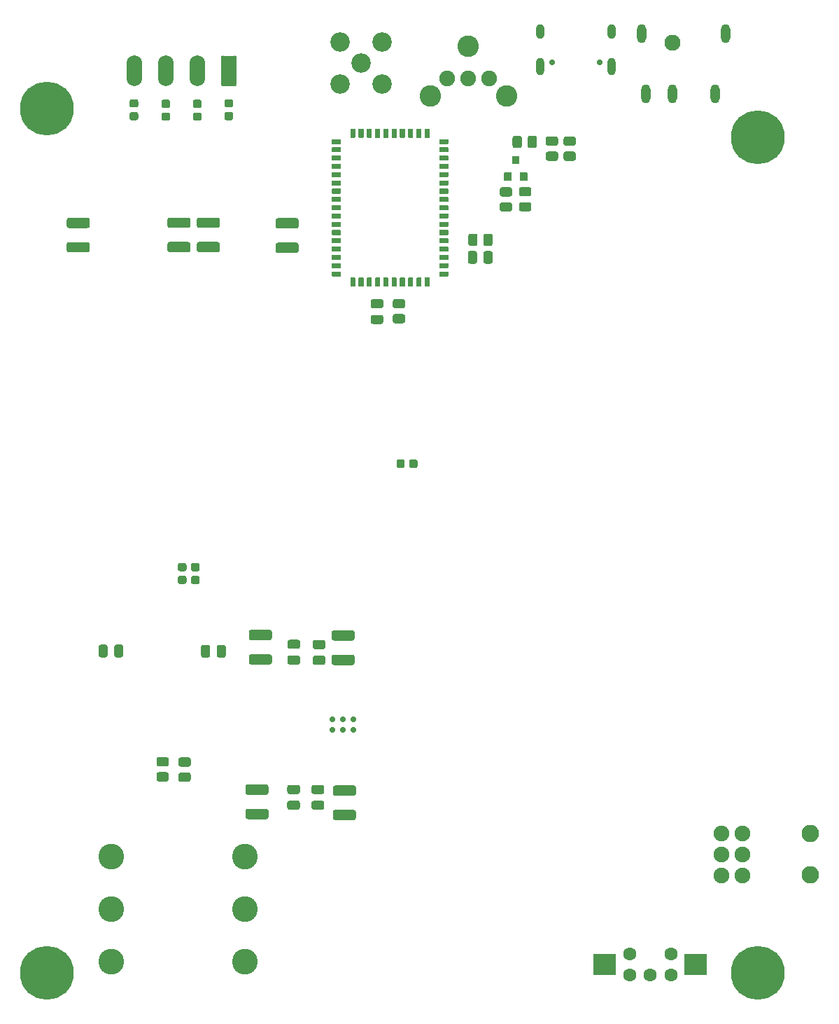
<source format=gbr>
G04 #@! TF.GenerationSoftware,KiCad,Pcbnew,5.1.9*
G04 #@! TF.CreationDate,2021-06-16T15:15:12+08:00*
G04 #@! TF.ProjectId,digital-amplifier2,64696769-7461-46c2-9d61-6d706c696669,rev?*
G04 #@! TF.SameCoordinates,Original*
G04 #@! TF.FileFunction,Soldermask,Bot*
G04 #@! TF.FilePolarity,Negative*
%FSLAX46Y46*%
G04 Gerber Fmt 4.6, Leading zero omitted, Abs format (unit mm)*
G04 Created by KiCad (PCBNEW 5.1.9) date 2021-06-16 15:15:12*
%MOMM*%
%LPD*%
G01*
G04 APERTURE LIST*
%ADD10O,1.902000X3.702000*%
%ADD11C,0.702000*%
%ADD12C,1.602000*%
%ADD13O,1.002000X1.802000*%
%ADD14O,1.002000X2.102000*%
%ADD15C,2.352000*%
%ADD16C,1.902000*%
%ADD17C,2.602000*%
%ADD18O,2.102000X2.102000*%
%ADD19O,1.902000X1.902000*%
%ADD20C,3.102000*%
%ADD21C,1.952000*%
%ADD22O,1.102000X2.302000*%
%ADD23C,6.502000*%
%ADD24C,0.100000*%
G04 APERTURE END LIST*
D10*
X114570000Y-107000000D03*
X118380000Y-107000000D03*
X122190000Y-107000000D03*
G36*
G01*
X126951000Y-105413166D02*
X126951000Y-108586834D01*
G75*
G02*
X126686834Y-108851000I-264166J0D01*
G01*
X125313166Y-108851000D01*
G75*
G02*
X125049000Y-108586834I0J264166D01*
G01*
X125049000Y-105413166D01*
G75*
G02*
X125313166Y-105149000I264166J0D01*
G01*
X126686834Y-105149000D01*
G75*
G02*
X126951000Y-105413166I0J-264166D01*
G01*
G37*
G36*
G01*
X167735124Y-116046500D02*
X166782876Y-116046500D01*
G75*
G02*
X166508000Y-115771624I0J274876D01*
G01*
X166508000Y-115194376D01*
G75*
G02*
X166782876Y-114919500I274876J0D01*
G01*
X167735124Y-114919500D01*
G75*
G02*
X168010000Y-115194376I0J-274876D01*
G01*
X168010000Y-115771624D01*
G75*
G02*
X167735124Y-116046500I-274876J0D01*
G01*
G37*
G36*
G01*
X167735124Y-117871500D02*
X166782876Y-117871500D01*
G75*
G02*
X166508000Y-117596624I0J274876D01*
G01*
X166508000Y-117019376D01*
G75*
G02*
X166782876Y-116744500I274876J0D01*
G01*
X167735124Y-116744500D01*
G75*
G02*
X168010000Y-117019376I0J-274876D01*
G01*
X168010000Y-117596624D01*
G75*
G02*
X167735124Y-117871500I-274876J0D01*
G01*
G37*
G36*
G01*
X147858160Y-154743060D02*
X147858160Y-154192060D01*
G75*
G02*
X148108660Y-153941560I250500J0D01*
G01*
X148609660Y-153941560D01*
G75*
G02*
X148860160Y-154192060I0J-250500D01*
G01*
X148860160Y-154743060D01*
G75*
G02*
X148609660Y-154993560I-250500J0D01*
G01*
X148108660Y-154993560D01*
G75*
G02*
X147858160Y-154743060I0J250500D01*
G01*
G37*
G36*
G01*
X146308160Y-154743060D02*
X146308160Y-154192060D01*
G75*
G02*
X146558660Y-153941560I250500J0D01*
G01*
X147059660Y-153941560D01*
G75*
G02*
X147310160Y-154192060I0J-250500D01*
G01*
X147310160Y-154743060D01*
G75*
G02*
X147059660Y-154993560I-250500J0D01*
G01*
X146558660Y-154993560D01*
G75*
G02*
X146308160Y-154743060I0J250500D01*
G01*
G37*
D11*
X141058900Y-185381900D03*
X141058900Y-186651900D03*
X139788900Y-185381900D03*
X139788900Y-186651900D03*
X138518900Y-185381900D03*
X138518900Y-186651900D03*
G36*
G01*
X126284900Y-111409800D02*
X125733900Y-111409800D01*
G75*
G02*
X125483400Y-111159300I0J250500D01*
G01*
X125483400Y-110658300D01*
G75*
G02*
X125733900Y-110407800I250500J0D01*
G01*
X126284900Y-110407800D01*
G75*
G02*
X126535400Y-110658300I0J-250500D01*
G01*
X126535400Y-111159300D01*
G75*
G02*
X126284900Y-111409800I-250500J0D01*
G01*
G37*
G36*
G01*
X126284900Y-112959800D02*
X125733900Y-112959800D01*
G75*
G02*
X125483400Y-112709300I0J250500D01*
G01*
X125483400Y-112208300D01*
G75*
G02*
X125733900Y-111957800I250500J0D01*
G01*
X126284900Y-111957800D01*
G75*
G02*
X126535400Y-112208300I0J-250500D01*
G01*
X126535400Y-112709300D01*
G75*
G02*
X126284900Y-112959800I-250500J0D01*
G01*
G37*
G36*
G01*
X118664900Y-111460600D02*
X118113900Y-111460600D01*
G75*
G02*
X117863400Y-111210100I0J250500D01*
G01*
X117863400Y-110709100D01*
G75*
G02*
X118113900Y-110458600I250500J0D01*
G01*
X118664900Y-110458600D01*
G75*
G02*
X118915400Y-110709100I0J-250500D01*
G01*
X118915400Y-111210100D01*
G75*
G02*
X118664900Y-111460600I-250500J0D01*
G01*
G37*
G36*
G01*
X118664900Y-113010600D02*
X118113900Y-113010600D01*
G75*
G02*
X117863400Y-112760100I0J250500D01*
G01*
X117863400Y-112259100D01*
G75*
G02*
X118113900Y-112008600I250500J0D01*
G01*
X118664900Y-112008600D01*
G75*
G02*
X118915400Y-112259100I0J-250500D01*
G01*
X118915400Y-112760100D01*
G75*
G02*
X118664900Y-113010600I-250500J0D01*
G01*
G37*
G36*
G01*
X122474900Y-111460600D02*
X121923900Y-111460600D01*
G75*
G02*
X121673400Y-111210100I0J250500D01*
G01*
X121673400Y-110709100D01*
G75*
G02*
X121923900Y-110458600I250500J0D01*
G01*
X122474900Y-110458600D01*
G75*
G02*
X122725400Y-110709100I0J-250500D01*
G01*
X122725400Y-111210100D01*
G75*
G02*
X122474900Y-111460600I-250500J0D01*
G01*
G37*
G36*
G01*
X122474900Y-113010600D02*
X121923900Y-113010600D01*
G75*
G02*
X121673400Y-112760100I0J250500D01*
G01*
X121673400Y-112259100D01*
G75*
G02*
X121923900Y-112008600I250500J0D01*
G01*
X122474900Y-112008600D01*
G75*
G02*
X122725400Y-112259100I0J-250500D01*
G01*
X122725400Y-112760100D01*
G75*
G02*
X122474900Y-113010600I-250500J0D01*
G01*
G37*
G36*
G01*
X114804100Y-111409800D02*
X114253100Y-111409800D01*
G75*
G02*
X114002600Y-111159300I0J250500D01*
G01*
X114002600Y-110658300D01*
G75*
G02*
X114253100Y-110407800I250500J0D01*
G01*
X114804100Y-110407800D01*
G75*
G02*
X115054600Y-110658300I0J-250500D01*
G01*
X115054600Y-111159300D01*
G75*
G02*
X114804100Y-111409800I-250500J0D01*
G01*
G37*
G36*
G01*
X114804100Y-112959800D02*
X114253100Y-112959800D01*
G75*
G02*
X114002600Y-112709300I0J250500D01*
G01*
X114002600Y-112208300D01*
G75*
G02*
X114253100Y-111957800I250500J0D01*
G01*
X114804100Y-111957800D01*
G75*
G02*
X115054600Y-112208300I0J-250500D01*
G01*
X115054600Y-112709300D01*
G75*
G02*
X114804100Y-112959800I-250500J0D01*
G01*
G37*
G36*
G01*
X124664268Y-125963040D02*
X122406612Y-125963040D01*
G75*
G02*
X122134440Y-125690868I0J272172D01*
G01*
X122134440Y-124983212D01*
G75*
G02*
X122406612Y-124711040I272172J0D01*
G01*
X124664268Y-124711040D01*
G75*
G02*
X124936440Y-124983212I0J-272172D01*
G01*
X124936440Y-125690868D01*
G75*
G02*
X124664268Y-125963040I-272172J0D01*
G01*
G37*
G36*
G01*
X124664268Y-128913040D02*
X122406612Y-128913040D01*
G75*
G02*
X122134440Y-128640868I0J272172D01*
G01*
X122134440Y-127933212D01*
G75*
G02*
X122406612Y-127661040I272172J0D01*
G01*
X124664268Y-127661040D01*
G75*
G02*
X124936440Y-127933212I0J-272172D01*
G01*
X124936440Y-128640868D01*
G75*
G02*
X124664268Y-128913040I-272172J0D01*
G01*
G37*
G36*
G01*
X108931508Y-125978280D02*
X106673852Y-125978280D01*
G75*
G02*
X106401680Y-125706108I0J272172D01*
G01*
X106401680Y-124998452D01*
G75*
G02*
X106673852Y-124726280I272172J0D01*
G01*
X108931508Y-124726280D01*
G75*
G02*
X109203680Y-124998452I0J-272172D01*
G01*
X109203680Y-125706108D01*
G75*
G02*
X108931508Y-125978280I-272172J0D01*
G01*
G37*
G36*
G01*
X108931508Y-128928280D02*
X106673852Y-128928280D01*
G75*
G02*
X106401680Y-128656108I0J272172D01*
G01*
X106401680Y-127948452D01*
G75*
G02*
X106673852Y-127676280I272172J0D01*
G01*
X108931508Y-127676280D01*
G75*
G02*
X109203680Y-127948452I0J-272172D01*
G01*
X109203680Y-128656108D01*
G75*
G02*
X108931508Y-128928280I-272172J0D01*
G01*
G37*
G36*
G01*
X121103188Y-125963040D02*
X118845532Y-125963040D01*
G75*
G02*
X118573360Y-125690868I0J272172D01*
G01*
X118573360Y-124983212D01*
G75*
G02*
X118845532Y-124711040I272172J0D01*
G01*
X121103188Y-124711040D01*
G75*
G02*
X121375360Y-124983212I0J-272172D01*
G01*
X121375360Y-125690868D01*
G75*
G02*
X121103188Y-125963040I-272172J0D01*
G01*
G37*
G36*
G01*
X121103188Y-128913040D02*
X118845532Y-128913040D01*
G75*
G02*
X118573360Y-128640868I0J272172D01*
G01*
X118573360Y-127933212D01*
G75*
G02*
X118845532Y-127661040I272172J0D01*
G01*
X121103188Y-127661040D01*
G75*
G02*
X121375360Y-127933212I0J-272172D01*
G01*
X121375360Y-128640868D01*
G75*
G02*
X121103188Y-128913040I-272172J0D01*
G01*
G37*
G36*
G01*
X134199428Y-126041040D02*
X131941772Y-126041040D01*
G75*
G02*
X131669600Y-125768868I0J272172D01*
G01*
X131669600Y-125061212D01*
G75*
G02*
X131941772Y-124789040I272172J0D01*
G01*
X134199428Y-124789040D01*
G75*
G02*
X134471600Y-125061212I0J-272172D01*
G01*
X134471600Y-125768868D01*
G75*
G02*
X134199428Y-126041040I-272172J0D01*
G01*
G37*
G36*
G01*
X134199428Y-128991040D02*
X131941772Y-128991040D01*
G75*
G02*
X131669600Y-128718868I0J272172D01*
G01*
X131669600Y-128011212D01*
G75*
G02*
X131941772Y-127739040I272172J0D01*
G01*
X134199428Y-127739040D01*
G75*
G02*
X134471600Y-128011212I0J-272172D01*
G01*
X134471600Y-128718868D01*
G75*
G02*
X134199428Y-128991040I-272172J0D01*
G01*
G37*
G36*
G01*
X181149000Y-216250000D02*
X181149000Y-213750000D01*
G75*
G02*
X181200000Y-213699000I51000J0D01*
G01*
X183800000Y-213699000D01*
G75*
G02*
X183851000Y-213750000I0J-51000D01*
G01*
X183851000Y-216250000D01*
G75*
G02*
X183800000Y-216301000I-51000J0D01*
G01*
X181200000Y-216301000D01*
G75*
G02*
X181149000Y-216250000I0J51000D01*
G01*
G37*
G36*
G01*
X170149000Y-216250000D02*
X170149000Y-213750000D01*
G75*
G02*
X170200000Y-213699000I51000J0D01*
G01*
X172800000Y-213699000D01*
G75*
G02*
X172851000Y-213750000I0J-51000D01*
G01*
X172851000Y-216250000D01*
G75*
G02*
X172800000Y-216301000I-51000J0D01*
G01*
X170200000Y-216301000D01*
G75*
G02*
X170149000Y-216250000I0J51000D01*
G01*
G37*
D12*
X179500000Y-213750000D03*
X174500000Y-213750000D03*
X177000000Y-216250000D03*
X179500000Y-216250000D03*
X174500000Y-216250000D03*
G36*
G01*
X120095100Y-168015600D02*
X120646100Y-168015600D01*
G75*
G02*
X120896600Y-168266100I0J-250500D01*
G01*
X120896600Y-168767100D01*
G75*
G02*
X120646100Y-169017600I-250500J0D01*
G01*
X120095100Y-169017600D01*
G75*
G02*
X119844600Y-168767100I0J250500D01*
G01*
X119844600Y-168266100D01*
G75*
G02*
X120095100Y-168015600I250500J0D01*
G01*
G37*
G36*
G01*
X120095100Y-166465600D02*
X120646100Y-166465600D01*
G75*
G02*
X120896600Y-166716100I0J-250500D01*
G01*
X120896600Y-167217100D01*
G75*
G02*
X120646100Y-167467600I-250500J0D01*
G01*
X120095100Y-167467600D01*
G75*
G02*
X119844600Y-167217100I0J250500D01*
G01*
X119844600Y-166716100D01*
G75*
G02*
X120095100Y-166465600I250500J0D01*
G01*
G37*
G36*
G01*
X121682600Y-168028300D02*
X122233600Y-168028300D01*
G75*
G02*
X122484100Y-168278800I0J-250500D01*
G01*
X122484100Y-168779800D01*
G75*
G02*
X122233600Y-169030300I-250500J0D01*
G01*
X121682600Y-169030300D01*
G75*
G02*
X121432100Y-168779800I0J250500D01*
G01*
X121432100Y-168278800D01*
G75*
G02*
X121682600Y-168028300I250500J0D01*
G01*
G37*
G36*
G01*
X121682600Y-166478300D02*
X122233600Y-166478300D01*
G75*
G02*
X122484100Y-166728800I0J-250500D01*
G01*
X122484100Y-167229800D01*
G75*
G02*
X122233600Y-167480300I-250500J0D01*
G01*
X121682600Y-167480300D01*
G75*
G02*
X121432100Y-167229800I0J250500D01*
G01*
X121432100Y-166728800D01*
G75*
G02*
X121682600Y-166478300I250500J0D01*
G01*
G37*
D11*
X170890000Y-105950000D03*
X165110000Y-105950000D03*
D13*
X163680000Y-102260000D03*
X172320000Y-102260000D03*
D14*
X163680000Y-106430000D03*
X172320000Y-106430000D03*
D15*
X142000000Y-106000000D03*
X144540000Y-108540000D03*
X144540000Y-103460000D03*
X139460000Y-103460000D03*
X139460000Y-108540000D03*
D16*
X157540000Y-107933250D03*
X152460000Y-107933250D03*
X155000000Y-107933250D03*
D17*
X155000000Y-103983250D03*
X150400000Y-109983250D03*
X159600000Y-109983250D03*
G36*
G01*
X152570000Y-115278600D02*
X152570000Y-115778600D01*
G75*
G02*
X152519000Y-115829600I-51000J0D01*
G01*
X151519000Y-115829600D01*
G75*
G02*
X151468000Y-115778600I0J51000D01*
G01*
X151468000Y-115278600D01*
G75*
G02*
X151519000Y-115227600I51000J0D01*
G01*
X152519000Y-115227600D01*
G75*
G02*
X152570000Y-115278600I0J-51000D01*
G01*
G37*
G36*
G01*
X152570000Y-116278600D02*
X152570000Y-116778600D01*
G75*
G02*
X152519000Y-116829600I-51000J0D01*
G01*
X151519000Y-116829600D01*
G75*
G02*
X151468000Y-116778600I0J51000D01*
G01*
X151468000Y-116278600D01*
G75*
G02*
X151519000Y-116227600I51000J0D01*
G01*
X152519000Y-116227600D01*
G75*
G02*
X152570000Y-116278600I0J-51000D01*
G01*
G37*
G36*
G01*
X152570000Y-117278600D02*
X152570000Y-117778600D01*
G75*
G02*
X152519000Y-117829600I-51000J0D01*
G01*
X151519000Y-117829600D01*
G75*
G02*
X151468000Y-117778600I0J51000D01*
G01*
X151468000Y-117278600D01*
G75*
G02*
X151519000Y-117227600I51000J0D01*
G01*
X152519000Y-117227600D01*
G75*
G02*
X152570000Y-117278600I0J-51000D01*
G01*
G37*
G36*
G01*
X152570000Y-118278600D02*
X152570000Y-118778600D01*
G75*
G02*
X152519000Y-118829600I-51000J0D01*
G01*
X151519000Y-118829600D01*
G75*
G02*
X151468000Y-118778600I0J51000D01*
G01*
X151468000Y-118278600D01*
G75*
G02*
X151519000Y-118227600I51000J0D01*
G01*
X152519000Y-118227600D01*
G75*
G02*
X152570000Y-118278600I0J-51000D01*
G01*
G37*
G36*
G01*
X152570000Y-119278600D02*
X152570000Y-119778600D01*
G75*
G02*
X152519000Y-119829600I-51000J0D01*
G01*
X151519000Y-119829600D01*
G75*
G02*
X151468000Y-119778600I0J51000D01*
G01*
X151468000Y-119278600D01*
G75*
G02*
X151519000Y-119227600I51000J0D01*
G01*
X152519000Y-119227600D01*
G75*
G02*
X152570000Y-119278600I0J-51000D01*
G01*
G37*
G36*
G01*
X152570000Y-120278600D02*
X152570000Y-120778600D01*
G75*
G02*
X152519000Y-120829600I-51000J0D01*
G01*
X151519000Y-120829600D01*
G75*
G02*
X151468000Y-120778600I0J51000D01*
G01*
X151468000Y-120278600D01*
G75*
G02*
X151519000Y-120227600I51000J0D01*
G01*
X152519000Y-120227600D01*
G75*
G02*
X152570000Y-120278600I0J-51000D01*
G01*
G37*
G36*
G01*
X152570000Y-121278600D02*
X152570000Y-121778600D01*
G75*
G02*
X152519000Y-121829600I-51000J0D01*
G01*
X151519000Y-121829600D01*
G75*
G02*
X151468000Y-121778600I0J51000D01*
G01*
X151468000Y-121278600D01*
G75*
G02*
X151519000Y-121227600I51000J0D01*
G01*
X152519000Y-121227600D01*
G75*
G02*
X152570000Y-121278600I0J-51000D01*
G01*
G37*
G36*
G01*
X152570000Y-122278600D02*
X152570000Y-122778600D01*
G75*
G02*
X152519000Y-122829600I-51000J0D01*
G01*
X151519000Y-122829600D01*
G75*
G02*
X151468000Y-122778600I0J51000D01*
G01*
X151468000Y-122278600D01*
G75*
G02*
X151519000Y-122227600I51000J0D01*
G01*
X152519000Y-122227600D01*
G75*
G02*
X152570000Y-122278600I0J-51000D01*
G01*
G37*
G36*
G01*
X152570000Y-123278600D02*
X152570000Y-123778600D01*
G75*
G02*
X152519000Y-123829600I-51000J0D01*
G01*
X151519000Y-123829600D01*
G75*
G02*
X151468000Y-123778600I0J51000D01*
G01*
X151468000Y-123278600D01*
G75*
G02*
X151519000Y-123227600I51000J0D01*
G01*
X152519000Y-123227600D01*
G75*
G02*
X152570000Y-123278600I0J-51000D01*
G01*
G37*
G36*
G01*
X152570000Y-124278600D02*
X152570000Y-124778600D01*
G75*
G02*
X152519000Y-124829600I-51000J0D01*
G01*
X151519000Y-124829600D01*
G75*
G02*
X151468000Y-124778600I0J51000D01*
G01*
X151468000Y-124278600D01*
G75*
G02*
X151519000Y-124227600I51000J0D01*
G01*
X152519000Y-124227600D01*
G75*
G02*
X152570000Y-124278600I0J-51000D01*
G01*
G37*
G36*
G01*
X152570000Y-125278600D02*
X152570000Y-125778600D01*
G75*
G02*
X152519000Y-125829600I-51000J0D01*
G01*
X151519000Y-125829600D01*
G75*
G02*
X151468000Y-125778600I0J51000D01*
G01*
X151468000Y-125278600D01*
G75*
G02*
X151519000Y-125227600I51000J0D01*
G01*
X152519000Y-125227600D01*
G75*
G02*
X152570000Y-125278600I0J-51000D01*
G01*
G37*
G36*
G01*
X152570000Y-126278600D02*
X152570000Y-126778600D01*
G75*
G02*
X152519000Y-126829600I-51000J0D01*
G01*
X151519000Y-126829600D01*
G75*
G02*
X151468000Y-126778600I0J51000D01*
G01*
X151468000Y-126278600D01*
G75*
G02*
X151519000Y-126227600I51000J0D01*
G01*
X152519000Y-126227600D01*
G75*
G02*
X152570000Y-126278600I0J-51000D01*
G01*
G37*
G36*
G01*
X152570000Y-127278600D02*
X152570000Y-127778600D01*
G75*
G02*
X152519000Y-127829600I-51000J0D01*
G01*
X151519000Y-127829600D01*
G75*
G02*
X151468000Y-127778600I0J51000D01*
G01*
X151468000Y-127278600D01*
G75*
G02*
X151519000Y-127227600I51000J0D01*
G01*
X152519000Y-127227600D01*
G75*
G02*
X152570000Y-127278600I0J-51000D01*
G01*
G37*
G36*
G01*
X152570000Y-128278600D02*
X152570000Y-128778600D01*
G75*
G02*
X152519000Y-128829600I-51000J0D01*
G01*
X151519000Y-128829600D01*
G75*
G02*
X151468000Y-128778600I0J51000D01*
G01*
X151468000Y-128278600D01*
G75*
G02*
X151519000Y-128227600I51000J0D01*
G01*
X152519000Y-128227600D01*
G75*
G02*
X152570000Y-128278600I0J-51000D01*
G01*
G37*
G36*
G01*
X152570000Y-129278600D02*
X152570000Y-129778600D01*
G75*
G02*
X152519000Y-129829600I-51000J0D01*
G01*
X151519000Y-129829600D01*
G75*
G02*
X151468000Y-129778600I0J51000D01*
G01*
X151468000Y-129278600D01*
G75*
G02*
X151519000Y-129227600I51000J0D01*
G01*
X152519000Y-129227600D01*
G75*
G02*
X152570000Y-129278600I0J-51000D01*
G01*
G37*
G36*
G01*
X152570000Y-130278600D02*
X152570000Y-130778600D01*
G75*
G02*
X152519000Y-130829600I-51000J0D01*
G01*
X151519000Y-130829600D01*
G75*
G02*
X151468000Y-130778600I0J51000D01*
G01*
X151468000Y-130278600D01*
G75*
G02*
X151519000Y-130227600I51000J0D01*
G01*
X152519000Y-130227600D01*
G75*
G02*
X152570000Y-130278600I0J-51000D01*
G01*
G37*
G36*
G01*
X152570000Y-131278600D02*
X152570000Y-131778600D01*
G75*
G02*
X152519000Y-131829600I-51000J0D01*
G01*
X151519000Y-131829600D01*
G75*
G02*
X151468000Y-131778600I0J51000D01*
G01*
X151468000Y-131278600D01*
G75*
G02*
X151519000Y-131227600I51000J0D01*
G01*
X152519000Y-131227600D01*
G75*
G02*
X152570000Y-131278600I0J-51000D01*
G01*
G37*
G36*
G01*
X150320000Y-132028600D02*
X150320000Y-133028600D01*
G75*
G02*
X150269000Y-133079600I-51000J0D01*
G01*
X149769000Y-133079600D01*
G75*
G02*
X149718000Y-133028600I0J51000D01*
G01*
X149718000Y-132028600D01*
G75*
G02*
X149769000Y-131977600I51000J0D01*
G01*
X150269000Y-131977600D01*
G75*
G02*
X150320000Y-132028600I0J-51000D01*
G01*
G37*
G36*
G01*
X149320000Y-132028600D02*
X149320000Y-133028600D01*
G75*
G02*
X149269000Y-133079600I-51000J0D01*
G01*
X148769000Y-133079600D01*
G75*
G02*
X148718000Y-133028600I0J51000D01*
G01*
X148718000Y-132028600D01*
G75*
G02*
X148769000Y-131977600I51000J0D01*
G01*
X149269000Y-131977600D01*
G75*
G02*
X149320000Y-132028600I0J-51000D01*
G01*
G37*
G36*
G01*
X148320000Y-132028600D02*
X148320000Y-133028600D01*
G75*
G02*
X148269000Y-133079600I-51000J0D01*
G01*
X147769000Y-133079600D01*
G75*
G02*
X147718000Y-133028600I0J51000D01*
G01*
X147718000Y-132028600D01*
G75*
G02*
X147769000Y-131977600I51000J0D01*
G01*
X148269000Y-131977600D01*
G75*
G02*
X148320000Y-132028600I0J-51000D01*
G01*
G37*
G36*
G01*
X147320000Y-132028600D02*
X147320000Y-133028600D01*
G75*
G02*
X147269000Y-133079600I-51000J0D01*
G01*
X146769000Y-133079600D01*
G75*
G02*
X146718000Y-133028600I0J51000D01*
G01*
X146718000Y-132028600D01*
G75*
G02*
X146769000Y-131977600I51000J0D01*
G01*
X147269000Y-131977600D01*
G75*
G02*
X147320000Y-132028600I0J-51000D01*
G01*
G37*
G36*
G01*
X146320000Y-132028600D02*
X146320000Y-133028600D01*
G75*
G02*
X146269000Y-133079600I-51000J0D01*
G01*
X145769000Y-133079600D01*
G75*
G02*
X145718000Y-133028600I0J51000D01*
G01*
X145718000Y-132028600D01*
G75*
G02*
X145769000Y-131977600I51000J0D01*
G01*
X146269000Y-131977600D01*
G75*
G02*
X146320000Y-132028600I0J-51000D01*
G01*
G37*
G36*
G01*
X145320000Y-132028600D02*
X145320000Y-133028600D01*
G75*
G02*
X145269000Y-133079600I-51000J0D01*
G01*
X144769000Y-133079600D01*
G75*
G02*
X144718000Y-133028600I0J51000D01*
G01*
X144718000Y-132028600D01*
G75*
G02*
X144769000Y-131977600I51000J0D01*
G01*
X145269000Y-131977600D01*
G75*
G02*
X145320000Y-132028600I0J-51000D01*
G01*
G37*
G36*
G01*
X144320000Y-132028600D02*
X144320000Y-133028600D01*
G75*
G02*
X144269000Y-133079600I-51000J0D01*
G01*
X143769000Y-133079600D01*
G75*
G02*
X143718000Y-133028600I0J51000D01*
G01*
X143718000Y-132028600D01*
G75*
G02*
X143769000Y-131977600I51000J0D01*
G01*
X144269000Y-131977600D01*
G75*
G02*
X144320000Y-132028600I0J-51000D01*
G01*
G37*
G36*
G01*
X143320000Y-132028600D02*
X143320000Y-133028600D01*
G75*
G02*
X143269000Y-133079600I-51000J0D01*
G01*
X142769000Y-133079600D01*
G75*
G02*
X142718000Y-133028600I0J51000D01*
G01*
X142718000Y-132028600D01*
G75*
G02*
X142769000Y-131977600I51000J0D01*
G01*
X143269000Y-131977600D01*
G75*
G02*
X143320000Y-132028600I0J-51000D01*
G01*
G37*
G36*
G01*
X142320000Y-132028600D02*
X142320000Y-133028600D01*
G75*
G02*
X142269000Y-133079600I-51000J0D01*
G01*
X141769000Y-133079600D01*
G75*
G02*
X141718000Y-133028600I0J51000D01*
G01*
X141718000Y-132028600D01*
G75*
G02*
X141769000Y-131977600I51000J0D01*
G01*
X142269000Y-131977600D01*
G75*
G02*
X142320000Y-132028600I0J-51000D01*
G01*
G37*
G36*
G01*
X141320000Y-132028600D02*
X141320000Y-133028600D01*
G75*
G02*
X141269000Y-133079600I-51000J0D01*
G01*
X140769000Y-133079600D01*
G75*
G02*
X140718000Y-133028600I0J51000D01*
G01*
X140718000Y-132028600D01*
G75*
G02*
X140769000Y-131977600I51000J0D01*
G01*
X141269000Y-131977600D01*
G75*
G02*
X141320000Y-132028600I0J-51000D01*
G01*
G37*
G36*
G01*
X141320000Y-114028600D02*
X141320000Y-115028600D01*
G75*
G02*
X141269000Y-115079600I-51000J0D01*
G01*
X140769000Y-115079600D01*
G75*
G02*
X140718000Y-115028600I0J51000D01*
G01*
X140718000Y-114028600D01*
G75*
G02*
X140769000Y-113977600I51000J0D01*
G01*
X141269000Y-113977600D01*
G75*
G02*
X141320000Y-114028600I0J-51000D01*
G01*
G37*
G36*
G01*
X148320000Y-114028600D02*
X148320000Y-115028600D01*
G75*
G02*
X148269000Y-115079600I-51000J0D01*
G01*
X147769000Y-115079600D01*
G75*
G02*
X147718000Y-115028600I0J51000D01*
G01*
X147718000Y-114028600D01*
G75*
G02*
X147769000Y-113977600I51000J0D01*
G01*
X148269000Y-113977600D01*
G75*
G02*
X148320000Y-114028600I0J-51000D01*
G01*
G37*
G36*
G01*
X145320000Y-114028600D02*
X145320000Y-115028600D01*
G75*
G02*
X145269000Y-115079600I-51000J0D01*
G01*
X144769000Y-115079600D01*
G75*
G02*
X144718000Y-115028600I0J51000D01*
G01*
X144718000Y-114028600D01*
G75*
G02*
X144769000Y-113977600I51000J0D01*
G01*
X145269000Y-113977600D01*
G75*
G02*
X145320000Y-114028600I0J-51000D01*
G01*
G37*
G36*
G01*
X147320000Y-114028600D02*
X147320000Y-115028600D01*
G75*
G02*
X147269000Y-115079600I-51000J0D01*
G01*
X146769000Y-115079600D01*
G75*
G02*
X146718000Y-115028600I0J51000D01*
G01*
X146718000Y-114028600D01*
G75*
G02*
X146769000Y-113977600I51000J0D01*
G01*
X147269000Y-113977600D01*
G75*
G02*
X147320000Y-114028600I0J-51000D01*
G01*
G37*
G36*
G01*
X142320000Y-114028600D02*
X142320000Y-115028600D01*
G75*
G02*
X142269000Y-115079600I-51000J0D01*
G01*
X141769000Y-115079600D01*
G75*
G02*
X141718000Y-115028600I0J51000D01*
G01*
X141718000Y-114028600D01*
G75*
G02*
X141769000Y-113977600I51000J0D01*
G01*
X142269000Y-113977600D01*
G75*
G02*
X142320000Y-114028600I0J-51000D01*
G01*
G37*
G36*
G01*
X146320000Y-114028600D02*
X146320000Y-115028600D01*
G75*
G02*
X146269000Y-115079600I-51000J0D01*
G01*
X145769000Y-115079600D01*
G75*
G02*
X145718000Y-115028600I0J51000D01*
G01*
X145718000Y-114028600D01*
G75*
G02*
X145769000Y-113977600I51000J0D01*
G01*
X146269000Y-113977600D01*
G75*
G02*
X146320000Y-114028600I0J-51000D01*
G01*
G37*
G36*
G01*
X149320000Y-114028600D02*
X149320000Y-115028600D01*
G75*
G02*
X149269000Y-115079600I-51000J0D01*
G01*
X148769000Y-115079600D01*
G75*
G02*
X148718000Y-115028600I0J51000D01*
G01*
X148718000Y-114028600D01*
G75*
G02*
X148769000Y-113977600I51000J0D01*
G01*
X149269000Y-113977600D01*
G75*
G02*
X149320000Y-114028600I0J-51000D01*
G01*
G37*
G36*
G01*
X144320000Y-114028600D02*
X144320000Y-115028600D01*
G75*
G02*
X144269000Y-115079600I-51000J0D01*
G01*
X143769000Y-115079600D01*
G75*
G02*
X143718000Y-115028600I0J51000D01*
G01*
X143718000Y-114028600D01*
G75*
G02*
X143769000Y-113977600I51000J0D01*
G01*
X144269000Y-113977600D01*
G75*
G02*
X144320000Y-114028600I0J-51000D01*
G01*
G37*
G36*
G01*
X143320000Y-114028600D02*
X143320000Y-115028600D01*
G75*
G02*
X143269000Y-115079600I-51000J0D01*
G01*
X142769000Y-115079600D01*
G75*
G02*
X142718000Y-115028600I0J51000D01*
G01*
X142718000Y-114028600D01*
G75*
G02*
X142769000Y-113977600I51000J0D01*
G01*
X143269000Y-113977600D01*
G75*
G02*
X143320000Y-114028600I0J-51000D01*
G01*
G37*
G36*
G01*
X150320000Y-114028600D02*
X150320000Y-115028600D01*
G75*
G02*
X150269000Y-115079600I-51000J0D01*
G01*
X149769000Y-115079600D01*
G75*
G02*
X149718000Y-115028600I0J51000D01*
G01*
X149718000Y-114028600D01*
G75*
G02*
X149769000Y-113977600I51000J0D01*
G01*
X150269000Y-113977600D01*
G75*
G02*
X150320000Y-114028600I0J-51000D01*
G01*
G37*
G36*
G01*
X139570000Y-126278600D02*
X139570000Y-126778600D01*
G75*
G02*
X139519000Y-126829600I-51000J0D01*
G01*
X138519000Y-126829600D01*
G75*
G02*
X138468000Y-126778600I0J51000D01*
G01*
X138468000Y-126278600D01*
G75*
G02*
X138519000Y-126227600I51000J0D01*
G01*
X139519000Y-126227600D01*
G75*
G02*
X139570000Y-126278600I0J-51000D01*
G01*
G37*
G36*
G01*
X139570000Y-130278600D02*
X139570000Y-130778600D01*
G75*
G02*
X139519000Y-130829600I-51000J0D01*
G01*
X138519000Y-130829600D01*
G75*
G02*
X138468000Y-130778600I0J51000D01*
G01*
X138468000Y-130278600D01*
G75*
G02*
X138519000Y-130227600I51000J0D01*
G01*
X139519000Y-130227600D01*
G75*
G02*
X139570000Y-130278600I0J-51000D01*
G01*
G37*
G36*
G01*
X139570000Y-118278600D02*
X139570000Y-118778600D01*
G75*
G02*
X139519000Y-118829600I-51000J0D01*
G01*
X138519000Y-118829600D01*
G75*
G02*
X138468000Y-118778600I0J51000D01*
G01*
X138468000Y-118278600D01*
G75*
G02*
X138519000Y-118227600I51000J0D01*
G01*
X139519000Y-118227600D01*
G75*
G02*
X139570000Y-118278600I0J-51000D01*
G01*
G37*
G36*
G01*
X139570000Y-119278600D02*
X139570000Y-119778600D01*
G75*
G02*
X139519000Y-119829600I-51000J0D01*
G01*
X138519000Y-119829600D01*
G75*
G02*
X138468000Y-119778600I0J51000D01*
G01*
X138468000Y-119278600D01*
G75*
G02*
X138519000Y-119227600I51000J0D01*
G01*
X139519000Y-119227600D01*
G75*
G02*
X139570000Y-119278600I0J-51000D01*
G01*
G37*
G36*
G01*
X139570000Y-116278600D02*
X139570000Y-116778600D01*
G75*
G02*
X139519000Y-116829600I-51000J0D01*
G01*
X138519000Y-116829600D01*
G75*
G02*
X138468000Y-116778600I0J51000D01*
G01*
X138468000Y-116278600D01*
G75*
G02*
X138519000Y-116227600I51000J0D01*
G01*
X139519000Y-116227600D01*
G75*
G02*
X139570000Y-116278600I0J-51000D01*
G01*
G37*
G36*
G01*
X139570000Y-121278600D02*
X139570000Y-121778600D01*
G75*
G02*
X139519000Y-121829600I-51000J0D01*
G01*
X138519000Y-121829600D01*
G75*
G02*
X138468000Y-121778600I0J51000D01*
G01*
X138468000Y-121278600D01*
G75*
G02*
X138519000Y-121227600I51000J0D01*
G01*
X139519000Y-121227600D01*
G75*
G02*
X139570000Y-121278600I0J-51000D01*
G01*
G37*
G36*
G01*
X139570000Y-125278600D02*
X139570000Y-125778600D01*
G75*
G02*
X139519000Y-125829600I-51000J0D01*
G01*
X138519000Y-125829600D01*
G75*
G02*
X138468000Y-125778600I0J51000D01*
G01*
X138468000Y-125278600D01*
G75*
G02*
X138519000Y-125227600I51000J0D01*
G01*
X139519000Y-125227600D01*
G75*
G02*
X139570000Y-125278600I0J-51000D01*
G01*
G37*
G36*
G01*
X139570000Y-128278600D02*
X139570000Y-128778600D01*
G75*
G02*
X139519000Y-128829600I-51000J0D01*
G01*
X138519000Y-128829600D01*
G75*
G02*
X138468000Y-128778600I0J51000D01*
G01*
X138468000Y-128278600D01*
G75*
G02*
X138519000Y-128227600I51000J0D01*
G01*
X139519000Y-128227600D01*
G75*
G02*
X139570000Y-128278600I0J-51000D01*
G01*
G37*
G36*
G01*
X139570000Y-117278600D02*
X139570000Y-117778600D01*
G75*
G02*
X139519000Y-117829600I-51000J0D01*
G01*
X138519000Y-117829600D01*
G75*
G02*
X138468000Y-117778600I0J51000D01*
G01*
X138468000Y-117278600D01*
G75*
G02*
X138519000Y-117227600I51000J0D01*
G01*
X139519000Y-117227600D01*
G75*
G02*
X139570000Y-117278600I0J-51000D01*
G01*
G37*
G36*
G01*
X139570000Y-129278600D02*
X139570000Y-129778600D01*
G75*
G02*
X139519000Y-129829600I-51000J0D01*
G01*
X138519000Y-129829600D01*
G75*
G02*
X138468000Y-129778600I0J51000D01*
G01*
X138468000Y-129278600D01*
G75*
G02*
X138519000Y-129227600I51000J0D01*
G01*
X139519000Y-129227600D01*
G75*
G02*
X139570000Y-129278600I0J-51000D01*
G01*
G37*
G36*
G01*
X139570000Y-120278600D02*
X139570000Y-120778600D01*
G75*
G02*
X139519000Y-120829600I-51000J0D01*
G01*
X138519000Y-120829600D01*
G75*
G02*
X138468000Y-120778600I0J51000D01*
G01*
X138468000Y-120278600D01*
G75*
G02*
X138519000Y-120227600I51000J0D01*
G01*
X139519000Y-120227600D01*
G75*
G02*
X139570000Y-120278600I0J-51000D01*
G01*
G37*
G36*
G01*
X139570000Y-122278600D02*
X139570000Y-122778600D01*
G75*
G02*
X139519000Y-122829600I-51000J0D01*
G01*
X138519000Y-122829600D01*
G75*
G02*
X138468000Y-122778600I0J51000D01*
G01*
X138468000Y-122278600D01*
G75*
G02*
X138519000Y-122227600I51000J0D01*
G01*
X139519000Y-122227600D01*
G75*
G02*
X139570000Y-122278600I0J-51000D01*
G01*
G37*
G36*
G01*
X139570000Y-115278600D02*
X139570000Y-115778600D01*
G75*
G02*
X139519000Y-115829600I-51000J0D01*
G01*
X138519000Y-115829600D01*
G75*
G02*
X138468000Y-115778600I0J51000D01*
G01*
X138468000Y-115278600D01*
G75*
G02*
X138519000Y-115227600I51000J0D01*
G01*
X139519000Y-115227600D01*
G75*
G02*
X139570000Y-115278600I0J-51000D01*
G01*
G37*
G36*
G01*
X139570000Y-123278600D02*
X139570000Y-123778600D01*
G75*
G02*
X139519000Y-123829600I-51000J0D01*
G01*
X138519000Y-123829600D01*
G75*
G02*
X138468000Y-123778600I0J51000D01*
G01*
X138468000Y-123278600D01*
G75*
G02*
X138519000Y-123227600I51000J0D01*
G01*
X139519000Y-123227600D01*
G75*
G02*
X139570000Y-123278600I0J-51000D01*
G01*
G37*
G36*
G01*
X139570000Y-124278600D02*
X139570000Y-124778600D01*
G75*
G02*
X139519000Y-124829600I-51000J0D01*
G01*
X138519000Y-124829600D01*
G75*
G02*
X138468000Y-124778600I0J51000D01*
G01*
X138468000Y-124278600D01*
G75*
G02*
X138519000Y-124227600I51000J0D01*
G01*
X139519000Y-124227600D01*
G75*
G02*
X139570000Y-124278600I0J-51000D01*
G01*
G37*
G36*
G01*
X139570000Y-131278600D02*
X139570000Y-131778600D01*
G75*
G02*
X139519000Y-131829600I-51000J0D01*
G01*
X138519000Y-131829600D01*
G75*
G02*
X138468000Y-131778600I0J51000D01*
G01*
X138468000Y-131278600D01*
G75*
G02*
X138519000Y-131227600I51000J0D01*
G01*
X139519000Y-131227600D01*
G75*
G02*
X139570000Y-131278600I0J-51000D01*
G01*
G37*
G36*
G01*
X139570000Y-127278600D02*
X139570000Y-127778600D01*
G75*
G02*
X139519000Y-127829600I-51000J0D01*
G01*
X138519000Y-127829600D01*
G75*
G02*
X138468000Y-127778600I0J51000D01*
G01*
X138468000Y-127278600D01*
G75*
G02*
X138519000Y-127227600I51000J0D01*
G01*
X139519000Y-127227600D01*
G75*
G02*
X139570000Y-127278600I0J-51000D01*
G01*
G37*
G36*
G01*
X162350324Y-122150120D02*
X161398076Y-122150120D01*
G75*
G02*
X161123200Y-121875244I0J274876D01*
G01*
X161123200Y-121297996D01*
G75*
G02*
X161398076Y-121023120I274876J0D01*
G01*
X162350324Y-121023120D01*
G75*
G02*
X162625200Y-121297996I0J-274876D01*
G01*
X162625200Y-121875244D01*
G75*
G02*
X162350324Y-122150120I-274876J0D01*
G01*
G37*
G36*
G01*
X162350324Y-123975120D02*
X161398076Y-123975120D01*
G75*
G02*
X161123200Y-123700244I0J274876D01*
G01*
X161123200Y-123122996D01*
G75*
G02*
X161398076Y-122848120I274876J0D01*
G01*
X162350324Y-122848120D01*
G75*
G02*
X162625200Y-123122996I0J-274876D01*
G01*
X162625200Y-123700244D01*
G75*
G02*
X162350324Y-123975120I-274876J0D01*
G01*
G37*
G36*
G01*
X159076516Y-122878600D02*
X160028764Y-122878600D01*
G75*
G02*
X160303640Y-123153476I0J-274876D01*
G01*
X160303640Y-123730724D01*
G75*
G02*
X160028764Y-124005600I-274876J0D01*
G01*
X159076516Y-124005600D01*
G75*
G02*
X158801640Y-123730724I0J274876D01*
G01*
X158801640Y-123153476D01*
G75*
G02*
X159076516Y-122878600I274876J0D01*
G01*
G37*
G36*
G01*
X159076516Y-121053600D02*
X160028764Y-121053600D01*
G75*
G02*
X160303640Y-121328476I0J-274876D01*
G01*
X160303640Y-121905724D01*
G75*
G02*
X160028764Y-122180600I-274876J0D01*
G01*
X159076516Y-122180600D01*
G75*
G02*
X158801640Y-121905724I0J274876D01*
G01*
X158801640Y-121328476D01*
G75*
G02*
X159076516Y-121053600I274876J0D01*
G01*
G37*
G36*
G01*
X165581204Y-116031260D02*
X164628956Y-116031260D01*
G75*
G02*
X164354080Y-115756384I0J274876D01*
G01*
X164354080Y-115179136D01*
G75*
G02*
X164628956Y-114904260I274876J0D01*
G01*
X165581204Y-114904260D01*
G75*
G02*
X165856080Y-115179136I0J-274876D01*
G01*
X165856080Y-115756384D01*
G75*
G02*
X165581204Y-116031260I-274876J0D01*
G01*
G37*
G36*
G01*
X165581204Y-117856260D02*
X164628956Y-117856260D01*
G75*
G02*
X164354080Y-117581384I0J274876D01*
G01*
X164354080Y-117004136D01*
G75*
G02*
X164628956Y-116729260I274876J0D01*
G01*
X165581204Y-116729260D01*
G75*
G02*
X165856080Y-117004136I0J-274876D01*
G01*
X165856080Y-117581384D01*
G75*
G02*
X165581204Y-117856260I-274876J0D01*
G01*
G37*
G36*
G01*
X162164780Y-116041044D02*
X162164780Y-115088796D01*
G75*
G02*
X162439656Y-114813920I274876J0D01*
G01*
X163016904Y-114813920D01*
G75*
G02*
X163291780Y-115088796I0J-274876D01*
G01*
X163291780Y-116041044D01*
G75*
G02*
X163016904Y-116315920I-274876J0D01*
G01*
X162439656Y-116315920D01*
G75*
G02*
X162164780Y-116041044I0J274876D01*
G01*
G37*
G36*
G01*
X160339780Y-116041044D02*
X160339780Y-115088796D01*
G75*
G02*
X160614656Y-114813920I274876J0D01*
G01*
X161191904Y-114813920D01*
G75*
G02*
X161466780Y-115088796I0J-274876D01*
G01*
X161466780Y-116041044D01*
G75*
G02*
X161191904Y-116315920I-274876J0D01*
G01*
X160614656Y-116315920D01*
G75*
G02*
X160339780Y-116041044I0J274876D01*
G01*
G37*
G36*
G01*
X146127596Y-134561320D02*
X147079844Y-134561320D01*
G75*
G02*
X147354720Y-134836196I0J-274876D01*
G01*
X147354720Y-135413444D01*
G75*
G02*
X147079844Y-135688320I-274876J0D01*
G01*
X146127596Y-135688320D01*
G75*
G02*
X145852720Y-135413444I0J274876D01*
G01*
X145852720Y-134836196D01*
G75*
G02*
X146127596Y-134561320I274876J0D01*
G01*
G37*
G36*
G01*
X146127596Y-136386320D02*
X147079844Y-136386320D01*
G75*
G02*
X147354720Y-136661196I0J-274876D01*
G01*
X147354720Y-137238444D01*
G75*
G02*
X147079844Y-137513320I-274876J0D01*
G01*
X146127596Y-137513320D01*
G75*
G02*
X145852720Y-137238444I0J274876D01*
G01*
X145852720Y-136661196D01*
G75*
G02*
X146127596Y-136386320I274876J0D01*
G01*
G37*
G36*
G01*
X156813000Y-127882524D02*
X156813000Y-126930276D01*
G75*
G02*
X157087876Y-126655400I274876J0D01*
G01*
X157665124Y-126655400D01*
G75*
G02*
X157940000Y-126930276I0J-274876D01*
G01*
X157940000Y-127882524D01*
G75*
G02*
X157665124Y-128157400I-274876J0D01*
G01*
X157087876Y-128157400D01*
G75*
G02*
X156813000Y-127882524I0J274876D01*
G01*
G37*
G36*
G01*
X154988000Y-127882524D02*
X154988000Y-126930276D01*
G75*
G02*
X155262876Y-126655400I274876J0D01*
G01*
X155840124Y-126655400D01*
G75*
G02*
X156115000Y-126930276I0J-274876D01*
G01*
X156115000Y-127882524D01*
G75*
G02*
X155840124Y-128157400I-274876J0D01*
G01*
X155262876Y-128157400D01*
G75*
G02*
X154988000Y-127882524I0J274876D01*
G01*
G37*
G36*
G01*
X121136284Y-191095880D02*
X120184036Y-191095880D01*
G75*
G02*
X119909160Y-190821004I0J274876D01*
G01*
X119909160Y-190243756D01*
G75*
G02*
X120184036Y-189968880I274876J0D01*
G01*
X121136284Y-189968880D01*
G75*
G02*
X121411160Y-190243756I0J-274876D01*
G01*
X121411160Y-190821004D01*
G75*
G02*
X121136284Y-191095880I-274876J0D01*
G01*
G37*
G36*
G01*
X121136284Y-192920880D02*
X120184036Y-192920880D01*
G75*
G02*
X119909160Y-192646004I0J274876D01*
G01*
X119909160Y-192068756D01*
G75*
G02*
X120184036Y-191793880I274876J0D01*
G01*
X121136284Y-191793880D01*
G75*
G02*
X121411160Y-192068756I0J-274876D01*
G01*
X121411160Y-192646004D01*
G75*
G02*
X121136284Y-192920880I-274876J0D01*
G01*
G37*
G36*
G01*
X118484524Y-191060320D02*
X117532276Y-191060320D01*
G75*
G02*
X117257400Y-190785444I0J274876D01*
G01*
X117257400Y-190208196D01*
G75*
G02*
X117532276Y-189933320I274876J0D01*
G01*
X118484524Y-189933320D01*
G75*
G02*
X118759400Y-190208196I0J-274876D01*
G01*
X118759400Y-190785444D01*
G75*
G02*
X118484524Y-191060320I-274876J0D01*
G01*
G37*
G36*
G01*
X118484524Y-192885320D02*
X117532276Y-192885320D01*
G75*
G02*
X117257400Y-192610444I0J274876D01*
G01*
X117257400Y-192033196D01*
G75*
G02*
X117532276Y-191758320I274876J0D01*
G01*
X118484524Y-191758320D01*
G75*
G02*
X118759400Y-192033196I0J-274876D01*
G01*
X118759400Y-192610444D01*
G75*
G02*
X118484524Y-192885320I-274876J0D01*
G01*
G37*
G36*
G01*
X161128660Y-118268860D02*
X160328660Y-118268860D01*
G75*
G02*
X160277660Y-118217860I0J51000D01*
G01*
X160277660Y-117317860D01*
G75*
G02*
X160328660Y-117266860I51000J0D01*
G01*
X161128660Y-117266860D01*
G75*
G02*
X161179660Y-117317860I0J-51000D01*
G01*
X161179660Y-118217860D01*
G75*
G02*
X161128660Y-118268860I-51000J0D01*
G01*
G37*
G36*
G01*
X160178660Y-120268860D02*
X159378660Y-120268860D01*
G75*
G02*
X159327660Y-120217860I0J51000D01*
G01*
X159327660Y-119317860D01*
G75*
G02*
X159378660Y-119266860I51000J0D01*
G01*
X160178660Y-119266860D01*
G75*
G02*
X160229660Y-119317860I0J-51000D01*
G01*
X160229660Y-120217860D01*
G75*
G02*
X160178660Y-120268860I-51000J0D01*
G01*
G37*
G36*
G01*
X162078660Y-120268860D02*
X161278660Y-120268860D01*
G75*
G02*
X161227660Y-120217860I0J51000D01*
G01*
X161227660Y-119317860D01*
G75*
G02*
X161278660Y-119266860I51000J0D01*
G01*
X162078660Y-119266860D01*
G75*
G02*
X162129660Y-119317860I0J-51000D01*
G01*
X162129660Y-120217860D01*
G75*
G02*
X162078660Y-120268860I-51000J0D01*
G01*
G37*
D18*
X196371600Y-204150600D03*
X196371600Y-199150600D03*
D19*
X188125100Y-204254100D03*
X185585100Y-204254100D03*
X188125100Y-201714100D03*
X185585100Y-201714100D03*
X188125100Y-199174100D03*
D16*
X185585100Y-199174100D03*
D20*
X111770000Y-202000000D03*
X111770000Y-214700000D03*
X111770000Y-208350000D03*
X128000000Y-202000000D03*
X128000000Y-214700000D03*
X128000000Y-208350000D03*
D21*
X179700000Y-103600000D03*
D22*
X186100000Y-102500000D03*
X184900000Y-109800000D03*
X179700000Y-109800000D03*
X176500000Y-109800000D03*
X176000000Y-102500000D03*
D23*
X104000000Y-216000000D03*
X104000000Y-111500000D03*
X190000000Y-216000000D03*
X190000000Y-115000000D03*
G36*
G01*
X143441300Y-136479500D02*
X144442300Y-136479500D01*
G75*
G02*
X144717800Y-136755000I0J-275500D01*
G01*
X144717800Y-137306000D01*
G75*
G02*
X144442300Y-137581500I-275500J0D01*
G01*
X143441300Y-137581500D01*
G75*
G02*
X143165800Y-137306000I0J275500D01*
G01*
X143165800Y-136755000D01*
G75*
G02*
X143441300Y-136479500I275500J0D01*
G01*
G37*
G36*
G01*
X143441300Y-134579500D02*
X144442300Y-134579500D01*
G75*
G02*
X144717800Y-134855000I0J-275500D01*
G01*
X144717800Y-135406000D01*
G75*
G02*
X144442300Y-135681500I-275500J0D01*
G01*
X143441300Y-135681500D01*
G75*
G02*
X143165800Y-135406000I0J275500D01*
G01*
X143165800Y-134855000D01*
G75*
G02*
X143441300Y-134579500I275500J0D01*
G01*
G37*
G36*
G01*
X156837600Y-130027800D02*
X156837600Y-129026800D01*
G75*
G02*
X157113100Y-128751300I275500J0D01*
G01*
X157664100Y-128751300D01*
G75*
G02*
X157939600Y-129026800I0J-275500D01*
G01*
X157939600Y-130027800D01*
G75*
G02*
X157664100Y-130303300I-275500J0D01*
G01*
X157113100Y-130303300D01*
G75*
G02*
X156837600Y-130027800I0J275500D01*
G01*
G37*
G36*
G01*
X154937600Y-130027800D02*
X154937600Y-129026800D01*
G75*
G02*
X155213100Y-128751300I275500J0D01*
G01*
X155764100Y-128751300D01*
G75*
G02*
X156039600Y-129026800I0J-275500D01*
G01*
X156039600Y-130027800D01*
G75*
G02*
X155764100Y-130303300I-275500J0D01*
G01*
X155213100Y-130303300D01*
G75*
G02*
X154937600Y-130027800I0J275500D01*
G01*
G37*
G36*
G01*
X111361000Y-176611160D02*
X111361000Y-177612160D01*
G75*
G02*
X111085500Y-177887660I-275500J0D01*
G01*
X110534500Y-177887660D01*
G75*
G02*
X110259000Y-177612160I0J275500D01*
G01*
X110259000Y-176611160D01*
G75*
G02*
X110534500Y-176335660I275500J0D01*
G01*
X111085500Y-176335660D01*
G75*
G02*
X111361000Y-176611160I0J-275500D01*
G01*
G37*
G36*
G01*
X113261000Y-176611160D02*
X113261000Y-177612160D01*
G75*
G02*
X112985500Y-177887660I-275500J0D01*
G01*
X112434500Y-177887660D01*
G75*
G02*
X112159000Y-177612160I0J275500D01*
G01*
X112159000Y-176611160D01*
G75*
G02*
X112434500Y-176335660I275500J0D01*
G01*
X112985500Y-176335660D01*
G75*
G02*
X113261000Y-176611160I0J-275500D01*
G01*
G37*
G36*
G01*
X124551660Y-177642640D02*
X124551660Y-176641640D01*
G75*
G02*
X124827160Y-176366140I275500J0D01*
G01*
X125378160Y-176366140D01*
G75*
G02*
X125653660Y-176641640I0J-275500D01*
G01*
X125653660Y-177642640D01*
G75*
G02*
X125378160Y-177918140I-275500J0D01*
G01*
X124827160Y-177918140D01*
G75*
G02*
X124551660Y-177642640I0J275500D01*
G01*
G37*
G36*
G01*
X122651660Y-177642640D02*
X122651660Y-176641640D01*
G75*
G02*
X122927160Y-176366140I275500J0D01*
G01*
X123478160Y-176366140D01*
G75*
G02*
X123753660Y-176641640I0J-275500D01*
G01*
X123753660Y-177642640D01*
G75*
G02*
X123478160Y-177918140I-275500J0D01*
G01*
X122927160Y-177918140D01*
G75*
G02*
X122651660Y-177642640I0J275500D01*
G01*
G37*
G36*
G01*
X134378820Y-176857440D02*
X133377820Y-176857440D01*
G75*
G02*
X133102320Y-176581940I0J275500D01*
G01*
X133102320Y-176030940D01*
G75*
G02*
X133377820Y-175755440I275500J0D01*
G01*
X134378820Y-175755440D01*
G75*
G02*
X134654320Y-176030940I0J-275500D01*
G01*
X134654320Y-176581940D01*
G75*
G02*
X134378820Y-176857440I-275500J0D01*
G01*
G37*
G36*
G01*
X134378820Y-178757440D02*
X133377820Y-178757440D01*
G75*
G02*
X133102320Y-178481940I0J275500D01*
G01*
X133102320Y-177930940D01*
G75*
G02*
X133377820Y-177655440I275500J0D01*
G01*
X134378820Y-177655440D01*
G75*
G02*
X134654320Y-177930940I0J-275500D01*
G01*
X134654320Y-178481940D01*
G75*
G02*
X134378820Y-178757440I-275500J0D01*
G01*
G37*
G36*
G01*
X133357500Y-195191600D02*
X134358500Y-195191600D01*
G75*
G02*
X134634000Y-195467100I0J-275500D01*
G01*
X134634000Y-196018100D01*
G75*
G02*
X134358500Y-196293600I-275500J0D01*
G01*
X133357500Y-196293600D01*
G75*
G02*
X133082000Y-196018100I0J275500D01*
G01*
X133082000Y-195467100D01*
G75*
G02*
X133357500Y-195191600I275500J0D01*
G01*
G37*
G36*
G01*
X133357500Y-193291600D02*
X134358500Y-193291600D01*
G75*
G02*
X134634000Y-193567100I0J-275500D01*
G01*
X134634000Y-194118100D01*
G75*
G02*
X134358500Y-194393600I-275500J0D01*
G01*
X133357500Y-194393600D01*
G75*
G02*
X133082000Y-194118100I0J275500D01*
G01*
X133082000Y-193567100D01*
G75*
G02*
X133357500Y-193291600I275500J0D01*
G01*
G37*
G36*
G01*
X128289252Y-196185160D02*
X130546908Y-196185160D01*
G75*
G02*
X130819080Y-196457332I0J-272172D01*
G01*
X130819080Y-197164988D01*
G75*
G02*
X130546908Y-197437160I-272172J0D01*
G01*
X128289252Y-197437160D01*
G75*
G02*
X128017080Y-197164988I0J272172D01*
G01*
X128017080Y-196457332D01*
G75*
G02*
X128289252Y-196185160I272172J0D01*
G01*
G37*
G36*
G01*
X128289252Y-193235160D02*
X130546908Y-193235160D01*
G75*
G02*
X130819080Y-193507332I0J-272172D01*
G01*
X130819080Y-194214988D01*
G75*
G02*
X130546908Y-194487160I-272172J0D01*
G01*
X128289252Y-194487160D01*
G75*
G02*
X128017080Y-194214988I0J272172D01*
G01*
X128017080Y-193507332D01*
G75*
G02*
X128289252Y-193235160I272172J0D01*
G01*
G37*
G36*
G01*
X130963468Y-175808000D02*
X128705812Y-175808000D01*
G75*
G02*
X128433640Y-175535828I0J272172D01*
G01*
X128433640Y-174828172D01*
G75*
G02*
X128705812Y-174556000I272172J0D01*
G01*
X130963468Y-174556000D01*
G75*
G02*
X131235640Y-174828172I0J-272172D01*
G01*
X131235640Y-175535828D01*
G75*
G02*
X130963468Y-175808000I-272172J0D01*
G01*
G37*
G36*
G01*
X130963468Y-178758000D02*
X128705812Y-178758000D01*
G75*
G02*
X128433640Y-178485828I0J272172D01*
G01*
X128433640Y-177778172D01*
G75*
G02*
X128705812Y-177506000I272172J0D01*
G01*
X130963468Y-177506000D01*
G75*
G02*
X131235640Y-177778172I0J-272172D01*
G01*
X131235640Y-178485828D01*
G75*
G02*
X130963468Y-178758000I-272172J0D01*
G01*
G37*
G36*
G01*
X136288660Y-195206840D02*
X137289660Y-195206840D01*
G75*
G02*
X137565160Y-195482340I0J-275500D01*
G01*
X137565160Y-196033340D01*
G75*
G02*
X137289660Y-196308840I-275500J0D01*
G01*
X136288660Y-196308840D01*
G75*
G02*
X136013160Y-196033340I0J275500D01*
G01*
X136013160Y-195482340D01*
G75*
G02*
X136288660Y-195206840I275500J0D01*
G01*
G37*
G36*
G01*
X136288660Y-193306840D02*
X137289660Y-193306840D01*
G75*
G02*
X137565160Y-193582340I0J-275500D01*
G01*
X137565160Y-194133340D01*
G75*
G02*
X137289660Y-194408840I-275500J0D01*
G01*
X136288660Y-194408840D01*
G75*
G02*
X136013160Y-194133340I0J275500D01*
G01*
X136013160Y-193582340D01*
G75*
G02*
X136288660Y-193306840I275500J0D01*
G01*
G37*
G36*
G01*
X137436980Y-176882840D02*
X136435980Y-176882840D01*
G75*
G02*
X136160480Y-176607340I0J275500D01*
G01*
X136160480Y-176056340D01*
G75*
G02*
X136435980Y-175780840I275500J0D01*
G01*
X137436980Y-175780840D01*
G75*
G02*
X137712480Y-176056340I0J-275500D01*
G01*
X137712480Y-176607340D01*
G75*
G02*
X137436980Y-176882840I-275500J0D01*
G01*
G37*
G36*
G01*
X137436980Y-178782840D02*
X136435980Y-178782840D01*
G75*
G02*
X136160480Y-178507340I0J275500D01*
G01*
X136160480Y-177956340D01*
G75*
G02*
X136435980Y-177680840I275500J0D01*
G01*
X137436980Y-177680840D01*
G75*
G02*
X137712480Y-177956340I0J-275500D01*
G01*
X137712480Y-178507340D01*
G75*
G02*
X137436980Y-178782840I-275500J0D01*
G01*
G37*
G36*
G01*
X140976148Y-175858800D02*
X138718492Y-175858800D01*
G75*
G02*
X138446320Y-175586628I0J272172D01*
G01*
X138446320Y-174878972D01*
G75*
G02*
X138718492Y-174606800I272172J0D01*
G01*
X140976148Y-174606800D01*
G75*
G02*
X141248320Y-174878972I0J-272172D01*
G01*
X141248320Y-175586628D01*
G75*
G02*
X140976148Y-175858800I-272172J0D01*
G01*
G37*
G36*
G01*
X140976148Y-178808800D02*
X138718492Y-178808800D01*
G75*
G02*
X138446320Y-178536628I0J272172D01*
G01*
X138446320Y-177828972D01*
G75*
G02*
X138718492Y-177556800I272172J0D01*
G01*
X140976148Y-177556800D01*
G75*
G02*
X141248320Y-177828972I0J-272172D01*
G01*
X141248320Y-178536628D01*
G75*
G02*
X140976148Y-178808800I-272172J0D01*
G01*
G37*
G36*
G01*
X138875972Y-196312160D02*
X141133628Y-196312160D01*
G75*
G02*
X141405800Y-196584332I0J-272172D01*
G01*
X141405800Y-197291988D01*
G75*
G02*
X141133628Y-197564160I-272172J0D01*
G01*
X138875972Y-197564160D01*
G75*
G02*
X138603800Y-197291988I0J272172D01*
G01*
X138603800Y-196584332D01*
G75*
G02*
X138875972Y-196312160I272172J0D01*
G01*
G37*
G36*
G01*
X138875972Y-193362160D02*
X141133628Y-193362160D01*
G75*
G02*
X141405800Y-193634332I0J-272172D01*
G01*
X141405800Y-194341988D01*
G75*
G02*
X141133628Y-194614160I-272172J0D01*
G01*
X138875972Y-194614160D01*
G75*
G02*
X138603800Y-194341988I0J272172D01*
G01*
X138603800Y-193634332D01*
G75*
G02*
X138875972Y-193362160I272172J0D01*
G01*
G37*
D24*
G36*
X126952165Y-108585208D02*
G01*
X126953000Y-108586834D01*
X126953000Y-108670971D01*
X126952990Y-108671167D01*
X126949056Y-108711111D01*
X126948980Y-108711496D01*
X126939119Y-108744005D01*
X126938969Y-108744367D01*
X126922955Y-108774325D01*
X126922737Y-108774651D01*
X126901187Y-108800910D01*
X126900910Y-108801187D01*
X126874651Y-108822737D01*
X126874325Y-108822955D01*
X126844367Y-108838969D01*
X126844005Y-108839119D01*
X126811496Y-108848980D01*
X126811111Y-108849056D01*
X126771167Y-108852990D01*
X126770971Y-108853000D01*
X126686834Y-108853000D01*
X126685102Y-108852000D01*
X126685102Y-108850000D01*
X126686638Y-108849010D01*
X126737975Y-108843954D01*
X126787157Y-108829035D01*
X126832481Y-108804809D01*
X126872207Y-108772207D01*
X126904809Y-108732481D01*
X126929035Y-108687157D01*
X126943954Y-108637975D01*
X126949010Y-108586638D01*
X126950175Y-108585012D01*
X126952165Y-108585208D01*
G37*
G36*
X125050990Y-108586638D02*
G01*
X125056046Y-108637975D01*
X125070965Y-108687157D01*
X125095191Y-108732481D01*
X125127793Y-108772207D01*
X125167519Y-108804809D01*
X125212843Y-108829035D01*
X125262025Y-108843954D01*
X125313362Y-108849010D01*
X125314988Y-108850175D01*
X125314792Y-108852165D01*
X125313166Y-108853000D01*
X125229029Y-108853000D01*
X125228833Y-108852990D01*
X125188889Y-108849056D01*
X125188504Y-108848980D01*
X125155995Y-108839119D01*
X125155633Y-108838969D01*
X125125675Y-108822955D01*
X125125349Y-108822737D01*
X125099090Y-108801187D01*
X125098813Y-108800910D01*
X125077263Y-108774651D01*
X125077045Y-108774325D01*
X125061031Y-108744367D01*
X125060881Y-108744005D01*
X125051020Y-108711496D01*
X125050944Y-108711111D01*
X125047010Y-108671167D01*
X125047000Y-108670971D01*
X125047000Y-108586834D01*
X125048000Y-108585102D01*
X125050000Y-108585102D01*
X125050990Y-108586638D01*
G37*
G36*
X125314898Y-105148000D02*
G01*
X125314898Y-105150000D01*
X125313362Y-105150990D01*
X125262025Y-105156046D01*
X125212843Y-105170965D01*
X125167519Y-105195191D01*
X125127793Y-105227793D01*
X125095191Y-105267519D01*
X125070965Y-105312843D01*
X125056046Y-105362025D01*
X125050990Y-105413362D01*
X125049825Y-105414988D01*
X125047835Y-105414792D01*
X125047000Y-105413166D01*
X125047000Y-105329029D01*
X125047010Y-105328833D01*
X125050944Y-105288889D01*
X125051020Y-105288504D01*
X125060881Y-105255995D01*
X125061031Y-105255633D01*
X125077045Y-105225675D01*
X125077263Y-105225349D01*
X125098813Y-105199090D01*
X125099090Y-105198813D01*
X125125349Y-105177263D01*
X125125675Y-105177045D01*
X125155633Y-105161031D01*
X125155995Y-105160881D01*
X125188504Y-105151020D01*
X125188889Y-105150944D01*
X125228833Y-105147010D01*
X125229029Y-105147000D01*
X125313166Y-105147000D01*
X125314898Y-105148000D01*
G37*
G36*
X126771167Y-105147010D02*
G01*
X126811111Y-105150944D01*
X126811496Y-105151020D01*
X126844005Y-105160881D01*
X126844367Y-105161031D01*
X126874325Y-105177045D01*
X126874651Y-105177263D01*
X126900910Y-105198813D01*
X126901187Y-105199090D01*
X126922737Y-105225349D01*
X126922955Y-105225675D01*
X126938969Y-105255633D01*
X126939119Y-105255995D01*
X126948980Y-105288504D01*
X126949056Y-105288889D01*
X126952990Y-105328833D01*
X126953000Y-105329029D01*
X126953000Y-105413166D01*
X126952000Y-105414898D01*
X126950000Y-105414898D01*
X126949010Y-105413362D01*
X126943954Y-105362025D01*
X126929035Y-105312843D01*
X126904809Y-105267519D01*
X126872207Y-105227793D01*
X126832481Y-105195191D01*
X126787157Y-105170965D01*
X126737975Y-105156046D01*
X126686638Y-105150990D01*
X126685012Y-105149825D01*
X126685208Y-105147835D01*
X126686834Y-105147000D01*
X126770971Y-105147000D01*
X126771167Y-105147010D01*
G37*
M02*

</source>
